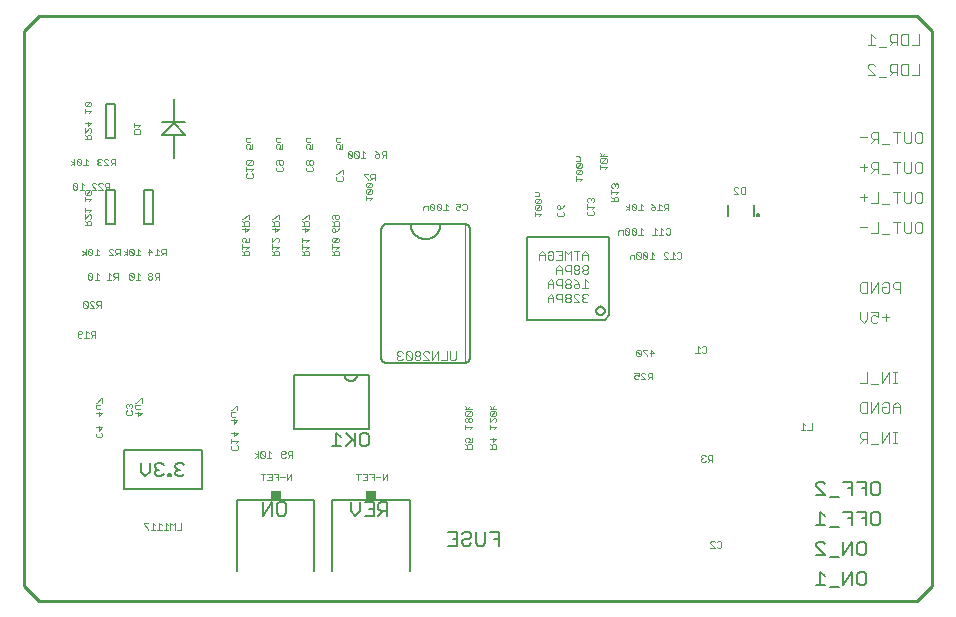
<source format=gbo>
G75*
%MOIN*%
%OFA0B0*%
%FSLAX25Y25*%
%IPPOS*%
%LPD*%
%AMOC8*
5,1,8,0,0,1.08239X$1,22.5*
%
%ADD10C,0.01000*%
%ADD11C,0.00400*%
%ADD12C,0.00500*%
%ADD13C,0.00200*%
%ADD14C,0.00300*%
%ADD15C,0.00600*%
%ADD16R,0.00500X0.02000*%
%ADD17C,0.00800*%
%ADD18R,0.03400X0.03000*%
D10*
X0037595Y0057683D02*
X0032595Y0062683D01*
X0032595Y0247683D01*
X0037595Y0252683D01*
X0330095Y0252683D01*
X0335095Y0247683D01*
X0335095Y0062683D01*
X0330095Y0057683D01*
X0037595Y0057683D01*
D11*
X0311176Y0110383D02*
X0312377Y0111584D01*
X0311777Y0111584D02*
X0313578Y0111584D01*
X0313578Y0110383D02*
X0313578Y0113986D01*
X0311777Y0113986D01*
X0311176Y0113386D01*
X0311176Y0112185D01*
X0311777Y0111584D01*
X0314859Y0109783D02*
X0317261Y0109783D01*
X0318543Y0110383D02*
X0318543Y0113986D01*
X0320945Y0113986D02*
X0318543Y0110383D01*
X0320945Y0110383D02*
X0320945Y0113986D01*
X0322199Y0113986D02*
X0323400Y0113986D01*
X0322800Y0113986D02*
X0322800Y0110383D01*
X0323400Y0110383D02*
X0322199Y0110383D01*
X0322226Y0120383D02*
X0322226Y0122785D01*
X0323427Y0123986D01*
X0324628Y0122785D01*
X0324628Y0120383D01*
X0324628Y0122185D02*
X0322226Y0122185D01*
X0320945Y0123386D02*
X0320945Y0120984D01*
X0320344Y0120383D01*
X0319143Y0120383D01*
X0318543Y0120984D01*
X0318543Y0122185D01*
X0319744Y0122185D01*
X0320945Y0123386D02*
X0320344Y0123986D01*
X0319143Y0123986D01*
X0318543Y0123386D01*
X0317261Y0123986D02*
X0314859Y0120383D01*
X0314859Y0123986D01*
X0313578Y0123986D02*
X0311777Y0123986D01*
X0311176Y0123386D01*
X0311176Y0120984D01*
X0311777Y0120383D01*
X0313578Y0120383D01*
X0313578Y0123986D01*
X0317261Y0123986D02*
X0317261Y0120383D01*
X0317261Y0129783D02*
X0314859Y0129783D01*
X0313578Y0130383D02*
X0311176Y0130383D01*
X0313578Y0130383D02*
X0313578Y0133986D01*
X0318543Y0133986D02*
X0318543Y0130383D01*
X0320945Y0133986D01*
X0320945Y0130383D01*
X0322199Y0130383D02*
X0323400Y0130383D01*
X0322800Y0130383D02*
X0322800Y0133986D01*
X0323400Y0133986D02*
X0322199Y0133986D01*
X0319744Y0150984D02*
X0319744Y0153386D01*
X0320945Y0152185D02*
X0318543Y0152185D01*
X0317261Y0152185D02*
X0316060Y0152785D01*
X0315460Y0152785D01*
X0314859Y0152185D01*
X0314859Y0150984D01*
X0315460Y0150383D01*
X0316661Y0150383D01*
X0317261Y0150984D01*
X0317261Y0152185D02*
X0317261Y0153986D01*
X0314859Y0153986D01*
X0313578Y0153986D02*
X0313578Y0151584D01*
X0312377Y0150383D01*
X0311176Y0151584D01*
X0311176Y0153986D01*
X0311777Y0160383D02*
X0311176Y0160984D01*
X0311176Y0163386D01*
X0311777Y0163986D01*
X0313578Y0163986D01*
X0313578Y0160383D01*
X0311777Y0160383D01*
X0314859Y0160383D02*
X0314859Y0163986D01*
X0317261Y0163986D02*
X0314859Y0160383D01*
X0317261Y0160383D02*
X0317261Y0163986D01*
X0318543Y0163386D02*
X0319143Y0163986D01*
X0320344Y0163986D01*
X0320945Y0163386D01*
X0320945Y0160984D01*
X0320344Y0160383D01*
X0319143Y0160383D01*
X0318543Y0160984D01*
X0318543Y0162185D01*
X0319744Y0162185D01*
X0322226Y0162185D02*
X0322826Y0161584D01*
X0324628Y0161584D01*
X0324628Y0160383D02*
X0324628Y0163986D01*
X0322826Y0163986D01*
X0322226Y0163386D01*
X0322226Y0162185D01*
X0320945Y0179783D02*
X0318543Y0179783D01*
X0317261Y0180383D02*
X0314859Y0180383D01*
X0313578Y0182185D02*
X0311176Y0182185D01*
X0317261Y0183986D02*
X0317261Y0180383D01*
X0322226Y0183986D02*
X0324628Y0183986D01*
X0323427Y0183986D02*
X0323427Y0180383D01*
X0325909Y0180984D02*
X0325909Y0183986D01*
X0328311Y0183986D02*
X0328311Y0180984D01*
X0327710Y0180383D01*
X0326509Y0180383D01*
X0325909Y0180984D01*
X0329592Y0180984D02*
X0329592Y0183386D01*
X0330192Y0183986D01*
X0331394Y0183986D01*
X0331994Y0183386D01*
X0331994Y0180984D01*
X0331394Y0180383D01*
X0330192Y0180383D01*
X0329592Y0180984D01*
X0330192Y0190383D02*
X0329592Y0190984D01*
X0329592Y0193386D01*
X0330192Y0193986D01*
X0331394Y0193986D01*
X0331994Y0193386D01*
X0331994Y0190984D01*
X0331394Y0190383D01*
X0330192Y0190383D01*
X0328311Y0190984D02*
X0327710Y0190383D01*
X0326509Y0190383D01*
X0325909Y0190984D01*
X0325909Y0193986D01*
X0324628Y0193986D02*
X0322226Y0193986D01*
X0323427Y0193986D02*
X0323427Y0190383D01*
X0320945Y0189783D02*
X0318543Y0189783D01*
X0317261Y0190383D02*
X0314859Y0190383D01*
X0313578Y0192185D02*
X0311176Y0192185D01*
X0312377Y0193386D02*
X0312377Y0190984D01*
X0317261Y0190383D02*
X0317261Y0193986D01*
X0318543Y0199783D02*
X0320945Y0199783D01*
X0323427Y0200383D02*
X0323427Y0203986D01*
X0324628Y0203986D02*
X0322226Y0203986D01*
X0325909Y0203986D02*
X0325909Y0200984D01*
X0326509Y0200383D01*
X0327710Y0200383D01*
X0328311Y0200984D01*
X0328311Y0203986D01*
X0329592Y0203386D02*
X0330192Y0203986D01*
X0331394Y0203986D01*
X0331994Y0203386D01*
X0331994Y0200984D01*
X0331394Y0200383D01*
X0330192Y0200383D01*
X0329592Y0200984D01*
X0329592Y0203386D01*
X0317261Y0203986D02*
X0315460Y0203986D01*
X0314859Y0203386D01*
X0314859Y0202185D01*
X0315460Y0201584D01*
X0317261Y0201584D01*
X0316060Y0201584D02*
X0314859Y0200383D01*
X0313578Y0202185D02*
X0311176Y0202185D01*
X0312377Y0203386D02*
X0312377Y0200984D01*
X0317261Y0200383D02*
X0317261Y0203986D01*
X0318543Y0209783D02*
X0320945Y0209783D01*
X0323427Y0210383D02*
X0323427Y0213986D01*
X0324628Y0213986D02*
X0322226Y0213986D01*
X0325909Y0213986D02*
X0325909Y0210984D01*
X0326509Y0210383D01*
X0327710Y0210383D01*
X0328311Y0210984D01*
X0328311Y0213986D01*
X0329592Y0213386D02*
X0330192Y0213986D01*
X0331394Y0213986D01*
X0331994Y0213386D01*
X0331994Y0210984D01*
X0331394Y0210383D01*
X0330192Y0210383D01*
X0329592Y0210984D01*
X0329592Y0213386D01*
X0317261Y0213986D02*
X0317261Y0210383D01*
X0317261Y0211584D02*
X0315460Y0211584D01*
X0314859Y0212185D01*
X0314859Y0213386D01*
X0315460Y0213986D01*
X0317261Y0213986D01*
X0316060Y0211584D02*
X0314859Y0210383D01*
X0313578Y0212185D02*
X0311176Y0212185D01*
X0313676Y0232883D02*
X0316078Y0232883D01*
X0313676Y0235285D01*
X0313676Y0235886D01*
X0314277Y0236486D01*
X0315478Y0236486D01*
X0316078Y0235886D01*
X0317359Y0232283D02*
X0319761Y0232283D01*
X0321043Y0232883D02*
X0322244Y0234084D01*
X0321643Y0234084D02*
X0323445Y0234084D01*
X0323445Y0232883D02*
X0323445Y0236486D01*
X0321643Y0236486D01*
X0321043Y0235886D01*
X0321043Y0234685D01*
X0321643Y0234084D01*
X0324726Y0233484D02*
X0324726Y0235886D01*
X0325326Y0236486D01*
X0327128Y0236486D01*
X0327128Y0232883D01*
X0325326Y0232883D01*
X0324726Y0233484D01*
X0328409Y0232883D02*
X0330811Y0232883D01*
X0330811Y0236486D01*
X0319761Y0242283D02*
X0317359Y0242283D01*
X0316078Y0242883D02*
X0313676Y0242883D01*
X0314877Y0242883D02*
X0314877Y0246486D01*
X0316078Y0245285D01*
X0321043Y0244685D02*
X0321643Y0244084D01*
X0323445Y0244084D01*
X0323445Y0242883D02*
X0323445Y0246486D01*
X0321643Y0246486D01*
X0321043Y0245886D01*
X0321043Y0244685D01*
X0322244Y0244084D02*
X0321043Y0242883D01*
X0324726Y0243484D02*
X0324726Y0245886D01*
X0325326Y0246486D01*
X0327128Y0246486D01*
X0327128Y0242883D01*
X0325326Y0242883D01*
X0324726Y0243484D01*
X0328409Y0242883D02*
X0330811Y0242883D01*
X0330811Y0246486D01*
X0328311Y0193986D02*
X0328311Y0190984D01*
D12*
X0147345Y0112936D02*
X0147345Y0109934D01*
X0146595Y0109183D01*
X0145093Y0109183D01*
X0144343Y0109934D01*
X0144343Y0112936D01*
X0145093Y0113687D01*
X0146595Y0113687D01*
X0147345Y0112936D01*
X0142741Y0113687D02*
X0142741Y0109183D01*
X0142741Y0110684D02*
X0139739Y0113687D01*
X0138137Y0112186D02*
X0136636Y0113687D01*
X0136636Y0109183D01*
X0138137Y0109183D02*
X0135135Y0109183D01*
X0139739Y0109183D02*
X0141991Y0111435D01*
X0141447Y0090562D02*
X0141447Y0087559D01*
X0142948Y0086058D01*
X0144449Y0087559D01*
X0144449Y0090562D01*
X0146050Y0090562D02*
X0149053Y0090562D01*
X0149053Y0086058D01*
X0146050Y0086058D01*
X0147552Y0088310D02*
X0149053Y0088310D01*
X0150654Y0088310D02*
X0150654Y0089811D01*
X0151405Y0090562D01*
X0153657Y0090562D01*
X0153657Y0086058D01*
X0153657Y0087559D02*
X0151405Y0087559D01*
X0150654Y0088310D01*
X0152156Y0087559D02*
X0150654Y0086058D01*
X0173947Y0080562D02*
X0176949Y0080562D01*
X0176949Y0076058D01*
X0173947Y0076058D01*
X0175448Y0078310D02*
X0176949Y0078310D01*
X0178550Y0077559D02*
X0178550Y0076809D01*
X0179301Y0076058D01*
X0180802Y0076058D01*
X0181553Y0076809D01*
X0183154Y0076809D02*
X0183154Y0080562D01*
X0181553Y0079811D02*
X0181553Y0079061D01*
X0180802Y0078310D01*
X0179301Y0078310D01*
X0178550Y0077559D01*
X0178550Y0079811D02*
X0179301Y0080562D01*
X0180802Y0080562D01*
X0181553Y0079811D01*
X0183154Y0076809D02*
X0183905Y0076058D01*
X0185406Y0076058D01*
X0186157Y0076809D01*
X0186157Y0080562D01*
X0187758Y0080562D02*
X0190761Y0080562D01*
X0190761Y0076058D01*
X0190761Y0078310D02*
X0189260Y0078310D01*
X0119845Y0086809D02*
X0119095Y0086058D01*
X0117593Y0086058D01*
X0116843Y0086809D01*
X0116843Y0089811D01*
X0117593Y0090562D01*
X0119095Y0090562D01*
X0119845Y0089811D01*
X0119845Y0086809D01*
X0115241Y0086058D02*
X0115241Y0090562D01*
X0112239Y0086058D01*
X0112239Y0090562D01*
X0085959Y0099934D02*
X0085208Y0099183D01*
X0083707Y0099183D01*
X0082956Y0099934D01*
X0082956Y0100684D01*
X0083707Y0101435D01*
X0084458Y0101435D01*
X0083707Y0101435D02*
X0082956Y0102186D01*
X0082956Y0102936D01*
X0083707Y0103687D01*
X0085208Y0103687D01*
X0085959Y0102936D01*
X0081355Y0099934D02*
X0080604Y0099934D01*
X0080604Y0099183D01*
X0081355Y0099183D01*
X0081355Y0099934D01*
X0079053Y0099934D02*
X0078302Y0099183D01*
X0076801Y0099183D01*
X0076050Y0099934D01*
X0076050Y0100684D01*
X0076801Y0101435D01*
X0077552Y0101435D01*
X0076801Y0101435D02*
X0076050Y0102186D01*
X0076050Y0102936D01*
X0076801Y0103687D01*
X0078302Y0103687D01*
X0079053Y0102936D01*
X0074449Y0103687D02*
X0074449Y0100684D01*
X0072948Y0099183D01*
X0071447Y0100684D01*
X0071447Y0103687D01*
X0296447Y0096686D02*
X0296447Y0095936D01*
X0299449Y0092933D01*
X0296447Y0092933D01*
X0296447Y0096686D02*
X0297197Y0097437D01*
X0298698Y0097437D01*
X0299449Y0096686D01*
X0305654Y0097437D02*
X0308657Y0097437D01*
X0308657Y0092933D01*
X0308657Y0095185D02*
X0307156Y0095185D01*
X0310258Y0097437D02*
X0313261Y0097437D01*
X0313261Y0092933D01*
X0314862Y0093684D02*
X0314862Y0096686D01*
X0315613Y0097437D01*
X0317114Y0097437D01*
X0317865Y0096686D01*
X0317865Y0093684D01*
X0317114Y0092933D01*
X0315613Y0092933D01*
X0314862Y0093684D01*
X0313261Y0095185D02*
X0311760Y0095185D01*
X0304053Y0092182D02*
X0301050Y0092182D01*
X0297948Y0087437D02*
X0297948Y0082933D01*
X0299449Y0082933D02*
X0296447Y0082933D01*
X0299449Y0085936D02*
X0297948Y0087437D01*
X0301050Y0082182D02*
X0304053Y0082182D01*
X0307156Y0085185D02*
X0308657Y0085185D01*
X0308657Y0087437D02*
X0305654Y0087437D01*
X0308657Y0087437D02*
X0308657Y0082933D01*
X0311760Y0085185D02*
X0313261Y0085185D01*
X0314862Y0086686D02*
X0315613Y0087437D01*
X0317114Y0087437D01*
X0317865Y0086686D01*
X0317865Y0083684D01*
X0317114Y0082933D01*
X0315613Y0082933D01*
X0314862Y0083684D01*
X0314862Y0086686D01*
X0313261Y0087437D02*
X0310258Y0087437D01*
X0313261Y0087437D02*
X0313261Y0082933D01*
X0312510Y0077437D02*
X0313261Y0076686D01*
X0313261Y0073684D01*
X0312510Y0072933D01*
X0311009Y0072933D01*
X0310258Y0073684D01*
X0310258Y0076686D01*
X0311009Y0077437D01*
X0312510Y0077437D01*
X0308657Y0077437D02*
X0305654Y0072933D01*
X0305654Y0077437D01*
X0308657Y0077437D02*
X0308657Y0072933D01*
X0304053Y0072182D02*
X0301050Y0072182D01*
X0299449Y0072933D02*
X0296447Y0075936D01*
X0296447Y0076686D01*
X0297197Y0077437D01*
X0298698Y0077437D01*
X0299449Y0076686D01*
X0299449Y0072933D02*
X0296447Y0072933D01*
X0297948Y0067437D02*
X0297948Y0062933D01*
X0299449Y0062933D02*
X0296447Y0062933D01*
X0299449Y0065936D02*
X0297948Y0067437D01*
X0301050Y0062182D02*
X0304053Y0062182D01*
X0305654Y0062933D02*
X0305654Y0067437D01*
X0308657Y0067437D02*
X0305654Y0062933D01*
X0308657Y0062933D02*
X0308657Y0067437D01*
X0310258Y0066686D02*
X0311009Y0067437D01*
X0312510Y0067437D01*
X0313261Y0066686D01*
X0313261Y0063684D01*
X0312510Y0062933D01*
X0311009Y0062933D01*
X0310258Y0063684D01*
X0310258Y0066686D01*
D13*
X0264995Y0075750D02*
X0264628Y0075383D01*
X0263894Y0075383D01*
X0263527Y0075750D01*
X0262785Y0075383D02*
X0261317Y0076851D01*
X0261317Y0077218D01*
X0261684Y0077585D01*
X0262418Y0077585D01*
X0262785Y0077218D01*
X0263527Y0077218D02*
X0263894Y0077585D01*
X0264628Y0077585D01*
X0264995Y0077218D01*
X0264995Y0075750D01*
X0262785Y0075383D02*
X0261317Y0075383D01*
X0261915Y0104033D02*
X0261915Y0106235D01*
X0260814Y0106235D01*
X0260447Y0105868D01*
X0260447Y0105134D01*
X0260814Y0104767D01*
X0261915Y0104767D01*
X0261181Y0104767D02*
X0260447Y0104033D01*
X0259705Y0104400D02*
X0259338Y0104033D01*
X0258604Y0104033D01*
X0258237Y0104400D01*
X0258237Y0104767D01*
X0258604Y0105134D01*
X0258971Y0105134D01*
X0258604Y0105134D02*
X0258237Y0105501D01*
X0258237Y0105868D01*
X0258604Y0106235D01*
X0259338Y0106235D01*
X0259705Y0105868D01*
X0291362Y0114758D02*
X0292830Y0114758D01*
X0292096Y0114758D02*
X0292096Y0116960D01*
X0292830Y0116226D01*
X0293572Y0114758D02*
X0295040Y0114758D01*
X0295040Y0116960D01*
X0259995Y0140750D02*
X0259628Y0140383D01*
X0258894Y0140383D01*
X0258527Y0140750D01*
X0257785Y0140383D02*
X0256317Y0140383D01*
X0257051Y0140383D02*
X0257051Y0142585D01*
X0257785Y0141851D01*
X0258527Y0142218D02*
X0258894Y0142585D01*
X0259628Y0142585D01*
X0259995Y0142218D01*
X0259995Y0140750D01*
X0242495Y0140234D02*
X0241027Y0140234D01*
X0240285Y0139500D02*
X0240285Y0139133D01*
X0240285Y0139500D02*
X0238817Y0140968D01*
X0238817Y0141335D01*
X0240285Y0141335D01*
X0241394Y0141335D02*
X0242495Y0140234D01*
X0241394Y0139133D02*
X0241394Y0141335D01*
X0238075Y0140968D02*
X0237708Y0141335D01*
X0236974Y0141335D01*
X0236607Y0140968D01*
X0238075Y0139500D01*
X0237708Y0139133D01*
X0236974Y0139133D01*
X0236607Y0139500D01*
X0236607Y0140968D01*
X0238075Y0140968D02*
X0238075Y0139500D01*
X0238559Y0133735D02*
X0239293Y0133735D01*
X0239660Y0133368D01*
X0240402Y0133368D02*
X0240402Y0132634D01*
X0240769Y0132267D01*
X0241870Y0132267D01*
X0241136Y0132267D02*
X0240402Y0131533D01*
X0239660Y0131533D02*
X0238192Y0133001D01*
X0238192Y0133368D01*
X0238559Y0133735D01*
X0237450Y0133735D02*
X0237450Y0132634D01*
X0236716Y0133001D01*
X0236349Y0133001D01*
X0235982Y0132634D01*
X0235982Y0131900D01*
X0236349Y0131533D01*
X0237083Y0131533D01*
X0237450Y0131900D01*
X0238192Y0131533D02*
X0239660Y0131533D01*
X0240402Y0133368D02*
X0240769Y0133735D01*
X0241870Y0133735D01*
X0241870Y0131533D01*
X0237450Y0133735D02*
X0235982Y0133735D01*
X0189897Y0121566D02*
X0187695Y0121566D01*
X0188429Y0121566D02*
X0189163Y0122667D01*
X0188429Y0121566D02*
X0187695Y0122667D01*
X0188062Y0120825D02*
X0187695Y0120458D01*
X0187695Y0119724D01*
X0188062Y0119357D01*
X0189530Y0120825D01*
X0188062Y0120825D01*
X0189530Y0120825D02*
X0189897Y0120458D01*
X0189897Y0119724D01*
X0189530Y0119357D01*
X0188062Y0119357D01*
X0187695Y0118615D02*
X0187695Y0117147D01*
X0189163Y0118615D01*
X0189530Y0118615D01*
X0189897Y0118248D01*
X0189897Y0117514D01*
X0189530Y0117147D01*
X0189897Y0115671D02*
X0187695Y0115671D01*
X0187695Y0114937D02*
X0187695Y0116405D01*
X0189163Y0114937D02*
X0189897Y0115671D01*
X0188796Y0112086D02*
X0188796Y0110618D01*
X0189897Y0111719D01*
X0187695Y0111719D01*
X0187695Y0109876D02*
X0188429Y0109142D01*
X0188429Y0109509D02*
X0188429Y0108408D01*
X0187695Y0108408D02*
X0189897Y0108408D01*
X0189897Y0109509D01*
X0189530Y0109876D01*
X0188796Y0109876D01*
X0188429Y0109509D01*
X0181772Y0109509D02*
X0181405Y0109876D01*
X0180671Y0109876D01*
X0180304Y0109509D01*
X0180304Y0108408D01*
X0179570Y0108408D02*
X0181772Y0108408D01*
X0181772Y0109509D01*
X0181772Y0110618D02*
X0180671Y0110618D01*
X0181038Y0111352D01*
X0181038Y0111719D01*
X0180671Y0112086D01*
X0179937Y0112086D01*
X0179570Y0111719D01*
X0179570Y0110985D01*
X0179937Y0110618D01*
X0179570Y0109876D02*
X0180304Y0109142D01*
X0181772Y0110618D02*
X0181772Y0112086D01*
X0181038Y0114937D02*
X0181772Y0115671D01*
X0179570Y0115671D01*
X0179570Y0114937D02*
X0179570Y0116405D01*
X0179937Y0117147D02*
X0180304Y0117147D01*
X0180671Y0117514D01*
X0180671Y0118248D01*
X0180304Y0118615D01*
X0179937Y0118615D01*
X0179570Y0118248D01*
X0179570Y0117514D01*
X0179937Y0117147D01*
X0180671Y0117514D02*
X0181038Y0117147D01*
X0181405Y0117147D01*
X0181772Y0117514D01*
X0181772Y0118248D01*
X0181405Y0118615D01*
X0181038Y0118615D01*
X0180671Y0118248D01*
X0179937Y0119357D02*
X0181405Y0120825D01*
X0179937Y0120825D01*
X0179570Y0120458D01*
X0179570Y0119724D01*
X0179937Y0119357D01*
X0181405Y0119357D01*
X0181772Y0119724D01*
X0181772Y0120458D01*
X0181405Y0120825D01*
X0181772Y0121566D02*
X0179570Y0121566D01*
X0180304Y0121566D02*
X0181038Y0122667D01*
X0180304Y0121566D02*
X0179570Y0122667D01*
X0179645Y0137183D02*
X0179645Y0183183D01*
X0179673Y0187883D02*
X0178939Y0187883D01*
X0178572Y0188250D01*
X0177830Y0188250D02*
X0177463Y0187883D01*
X0176729Y0187883D01*
X0176362Y0188250D01*
X0176362Y0188984D01*
X0176729Y0189351D01*
X0177096Y0189351D01*
X0177830Y0188984D01*
X0177830Y0190085D01*
X0176362Y0190085D01*
X0178572Y0189718D02*
X0178939Y0190085D01*
X0179673Y0190085D01*
X0180040Y0189718D01*
X0180040Y0188250D01*
X0179673Y0187883D01*
X0173745Y0187883D02*
X0172277Y0187883D01*
X0173011Y0187883D02*
X0173011Y0190085D01*
X0173745Y0189351D01*
X0171535Y0189718D02*
X0171168Y0190085D01*
X0170434Y0190085D01*
X0170067Y0189718D01*
X0171535Y0188250D01*
X0171168Y0187883D01*
X0170434Y0187883D01*
X0170067Y0188250D01*
X0170067Y0189718D01*
X0169325Y0189718D02*
X0168958Y0190085D01*
X0168224Y0190085D01*
X0167857Y0189718D01*
X0169325Y0188250D01*
X0168958Y0187883D01*
X0168224Y0187883D01*
X0167857Y0188250D01*
X0167857Y0189718D01*
X0167116Y0189351D02*
X0166015Y0189351D01*
X0165648Y0188984D01*
X0165648Y0187883D01*
X0167116Y0187883D02*
X0167116Y0189351D01*
X0169325Y0189718D02*
X0169325Y0188250D01*
X0171535Y0188250D02*
X0171535Y0189718D01*
X0148647Y0191887D02*
X0146445Y0191887D01*
X0146445Y0191153D02*
X0146445Y0192621D01*
X0146812Y0193363D02*
X0148280Y0194831D01*
X0146812Y0194831D01*
X0146445Y0194464D01*
X0146445Y0193730D01*
X0146812Y0193363D01*
X0148280Y0193363D01*
X0148647Y0193730D01*
X0148647Y0194464D01*
X0148280Y0194831D01*
X0148280Y0195573D02*
X0148647Y0195940D01*
X0148647Y0196674D01*
X0148280Y0197041D01*
X0146812Y0195573D01*
X0146445Y0195940D01*
X0146445Y0196674D01*
X0146812Y0197041D01*
X0148280Y0197041D01*
X0147947Y0197883D02*
X0148681Y0198617D01*
X0148314Y0198617D02*
X0149415Y0198617D01*
X0149415Y0197883D02*
X0149415Y0200085D01*
X0148314Y0200085D01*
X0147947Y0199718D01*
X0147947Y0198984D01*
X0148314Y0198617D01*
X0147205Y0198250D02*
X0147205Y0197883D01*
X0147205Y0198250D02*
X0145737Y0199718D01*
X0145737Y0200085D01*
X0147205Y0200085D01*
X0146812Y0195573D02*
X0148280Y0195573D01*
X0148647Y0191887D02*
X0147913Y0191153D01*
X0137397Y0186049D02*
X0137397Y0185315D01*
X0137030Y0184948D01*
X0136663Y0184948D01*
X0136296Y0185315D01*
X0136296Y0186416D01*
X0135562Y0186416D02*
X0137030Y0186416D01*
X0137397Y0186049D01*
X0135562Y0186416D02*
X0135195Y0186049D01*
X0135195Y0185315D01*
X0135562Y0184948D01*
X0135195Y0184206D02*
X0135929Y0183472D01*
X0135929Y0183839D02*
X0135929Y0182738D01*
X0135195Y0182738D02*
X0137397Y0182738D01*
X0137397Y0183839D01*
X0137030Y0184206D01*
X0136296Y0184206D01*
X0135929Y0183839D01*
X0135929Y0181996D02*
X0136296Y0181629D01*
X0136296Y0180528D01*
X0135562Y0180528D01*
X0135195Y0180895D01*
X0135195Y0181629D01*
X0135562Y0181996D01*
X0135929Y0181996D01*
X0137030Y0181262D02*
X0136296Y0180528D01*
X0137030Y0181262D02*
X0137397Y0181996D01*
X0137030Y0178671D02*
X0135562Y0177203D01*
X0135195Y0177570D01*
X0135195Y0178304D01*
X0135562Y0178671D01*
X0137030Y0178671D01*
X0137397Y0178304D01*
X0137397Y0177570D01*
X0137030Y0177203D01*
X0135562Y0177203D01*
X0135195Y0176461D02*
X0135195Y0174993D01*
X0135195Y0175727D02*
X0137397Y0175727D01*
X0136663Y0174993D01*
X0136296Y0174251D02*
X0135929Y0173884D01*
X0135929Y0172783D01*
X0135195Y0172783D02*
X0137397Y0172783D01*
X0137397Y0173884D01*
X0137030Y0174251D01*
X0136296Y0174251D01*
X0135929Y0173517D02*
X0135195Y0174251D01*
X0127397Y0173884D02*
X0127397Y0172783D01*
X0125195Y0172783D01*
X0125929Y0172783D02*
X0125929Y0173884D01*
X0126296Y0174251D01*
X0127030Y0174251D01*
X0127397Y0173884D01*
X0126663Y0174993D02*
X0127397Y0175727D01*
X0125195Y0175727D01*
X0125195Y0174993D02*
X0125195Y0176461D01*
X0125195Y0177203D02*
X0125195Y0178671D01*
X0125195Y0177937D02*
X0127397Y0177937D01*
X0126663Y0177203D01*
X0125195Y0174251D02*
X0125929Y0173517D01*
X0126296Y0180528D02*
X0126296Y0181996D01*
X0126296Y0180528D01*
X0127397Y0181629D01*
X0125195Y0181629D01*
X0127397Y0181629D01*
X0126296Y0180528D01*
X0125929Y0182738D02*
X0125929Y0183839D01*
X0126296Y0184206D01*
X0127030Y0184206D01*
X0127397Y0183839D01*
X0127397Y0182738D01*
X0125195Y0182738D01*
X0127397Y0182738D01*
X0127397Y0183839D01*
X0127030Y0184206D01*
X0126296Y0184206D01*
X0125929Y0183839D01*
X0125929Y0182738D01*
X0125929Y0183472D02*
X0125195Y0184206D01*
X0125929Y0183472D01*
X0125562Y0184948D02*
X0125195Y0184948D01*
X0125562Y0184948D01*
X0127030Y0186416D01*
X0127397Y0186416D01*
X0127397Y0184948D01*
X0127397Y0186416D01*
X0127030Y0186416D01*
X0125562Y0184948D01*
X0117397Y0184948D02*
X0117397Y0186416D01*
X0117030Y0186416D01*
X0115562Y0184948D01*
X0115195Y0184948D01*
X0115562Y0184948D01*
X0117030Y0186416D01*
X0117397Y0186416D01*
X0117397Y0184948D01*
X0117030Y0184206D02*
X0116296Y0184206D01*
X0115929Y0183839D01*
X0115929Y0182738D01*
X0115929Y0183839D01*
X0116296Y0184206D01*
X0117030Y0184206D01*
X0117397Y0183839D01*
X0117397Y0182738D01*
X0115195Y0182738D01*
X0117397Y0182738D01*
X0117397Y0183839D01*
X0117030Y0184206D01*
X0115929Y0183472D02*
X0115195Y0184206D01*
X0115929Y0183472D01*
X0116296Y0181996D02*
X0116296Y0180528D01*
X0117397Y0181629D01*
X0115195Y0181629D01*
X0117397Y0181629D01*
X0116296Y0180528D01*
X0116296Y0181996D01*
X0116663Y0178671D02*
X0117030Y0178671D01*
X0117397Y0178304D01*
X0117397Y0177570D01*
X0117030Y0177203D01*
X0116663Y0178671D02*
X0115195Y0177203D01*
X0115195Y0178671D01*
X0115195Y0176461D02*
X0115195Y0174993D01*
X0115195Y0175727D02*
X0117397Y0175727D01*
X0116663Y0174993D01*
X0117030Y0174251D02*
X0116296Y0174251D01*
X0115929Y0173884D01*
X0115929Y0172783D01*
X0115195Y0172783D02*
X0117397Y0172783D01*
X0117397Y0173884D01*
X0117030Y0174251D01*
X0115929Y0173517D02*
X0115195Y0174251D01*
X0107397Y0173884D02*
X0107397Y0172783D01*
X0105195Y0172783D01*
X0105929Y0172783D02*
X0105929Y0173884D01*
X0106296Y0174251D01*
X0107030Y0174251D01*
X0107397Y0173884D01*
X0106663Y0174993D02*
X0107397Y0175727D01*
X0105195Y0175727D01*
X0105195Y0174993D02*
X0105195Y0176461D01*
X0105562Y0177203D02*
X0105195Y0177570D01*
X0105195Y0178304D01*
X0105562Y0178671D01*
X0106296Y0178671D01*
X0106663Y0178304D01*
X0106663Y0177937D01*
X0106296Y0177203D01*
X0107397Y0177203D01*
X0107397Y0178671D01*
X0106296Y0180528D02*
X0106296Y0181996D01*
X0106296Y0180528D01*
X0107397Y0181629D01*
X0105195Y0181629D01*
X0107397Y0181629D01*
X0106296Y0180528D01*
X0105929Y0182738D02*
X0105929Y0183839D01*
X0106296Y0184206D01*
X0107030Y0184206D01*
X0107397Y0183839D01*
X0107397Y0182738D01*
X0105195Y0182738D01*
X0107397Y0182738D01*
X0107397Y0183839D01*
X0107030Y0184206D01*
X0106296Y0184206D01*
X0105929Y0183839D01*
X0105929Y0182738D01*
X0105929Y0183472D02*
X0105195Y0184206D01*
X0105929Y0183472D01*
X0105562Y0184948D02*
X0105195Y0184948D01*
X0105562Y0184948D01*
X0107030Y0186416D01*
X0107397Y0186416D01*
X0107397Y0184948D01*
X0107397Y0186416D01*
X0107030Y0186416D01*
X0105562Y0184948D01*
X0105195Y0174251D02*
X0105929Y0173517D01*
X0079750Y0173617D02*
X0078649Y0173617D01*
X0078282Y0173984D01*
X0078282Y0174718D01*
X0078649Y0175085D01*
X0079750Y0175085D01*
X0079750Y0172883D01*
X0079016Y0173617D02*
X0078282Y0172883D01*
X0077540Y0172883D02*
X0076072Y0172883D01*
X0076806Y0172883D02*
X0076806Y0175085D01*
X0077540Y0174351D01*
X0075330Y0173984D02*
X0073862Y0173984D01*
X0074229Y0172883D02*
X0074229Y0175085D01*
X0075330Y0173984D01*
X0071245Y0174351D02*
X0070511Y0175085D01*
X0070511Y0172883D01*
X0071245Y0172883D02*
X0069777Y0172883D01*
X0069035Y0173250D02*
X0067567Y0174718D01*
X0067567Y0173250D01*
X0067934Y0172883D01*
X0068668Y0172883D01*
X0069035Y0173250D01*
X0069035Y0174718D01*
X0068668Y0175085D01*
X0067934Y0175085D01*
X0067567Y0174718D01*
X0066825Y0175085D02*
X0066825Y0172883D01*
X0066825Y0173617D02*
X0065724Y0174351D01*
X0066825Y0173617D02*
X0065724Y0172883D01*
X0064415Y0172883D02*
X0064415Y0175085D01*
X0063314Y0175085D01*
X0062947Y0174718D01*
X0062947Y0173984D01*
X0063314Y0173617D01*
X0064415Y0173617D01*
X0063681Y0173617D02*
X0062947Y0172883D01*
X0062205Y0172883D02*
X0060737Y0174351D01*
X0060737Y0174718D01*
X0061104Y0175085D01*
X0061838Y0175085D01*
X0062205Y0174718D01*
X0062205Y0172883D02*
X0060737Y0172883D01*
X0057495Y0172883D02*
X0056027Y0172883D01*
X0056761Y0172883D02*
X0056761Y0175085D01*
X0057495Y0174351D01*
X0055285Y0174718D02*
X0054918Y0175085D01*
X0054184Y0175085D01*
X0053817Y0174718D01*
X0055285Y0173250D01*
X0054918Y0172883D01*
X0054184Y0172883D01*
X0053817Y0173250D01*
X0053817Y0174718D01*
X0053075Y0175085D02*
X0053075Y0172883D01*
X0053075Y0173617D02*
X0051974Y0172883D01*
X0053075Y0173617D02*
X0051974Y0174351D01*
X0055285Y0174718D02*
X0055285Y0173250D01*
X0054918Y0166960D02*
X0054184Y0166960D01*
X0053817Y0166593D01*
X0055285Y0165125D01*
X0054918Y0164758D01*
X0054184Y0164758D01*
X0053817Y0165125D01*
X0053817Y0166593D01*
X0054918Y0166960D02*
X0055285Y0166593D01*
X0055285Y0165125D01*
X0056027Y0164758D02*
X0057495Y0164758D01*
X0056761Y0164758D02*
X0056761Y0166960D01*
X0057495Y0166226D01*
X0060112Y0164758D02*
X0061580Y0164758D01*
X0060846Y0164758D02*
X0060846Y0166960D01*
X0061580Y0166226D01*
X0062322Y0165859D02*
X0062689Y0165492D01*
X0063790Y0165492D01*
X0063790Y0164758D02*
X0063790Y0166960D01*
X0062689Y0166960D01*
X0062322Y0166593D01*
X0062322Y0165859D01*
X0063056Y0165492D02*
X0062322Y0164758D01*
X0067567Y0165125D02*
X0067567Y0166593D01*
X0069035Y0165125D01*
X0068668Y0164758D01*
X0067934Y0164758D01*
X0067567Y0165125D01*
X0067567Y0166593D02*
X0067934Y0166960D01*
X0068668Y0166960D01*
X0069035Y0166593D01*
X0069035Y0165125D01*
X0069777Y0164758D02*
X0071245Y0164758D01*
X0070511Y0164758D02*
X0070511Y0166960D01*
X0071245Y0166226D01*
X0073862Y0166226D02*
X0074229Y0165859D01*
X0074963Y0165859D01*
X0075330Y0166226D01*
X0075330Y0166593D01*
X0074963Y0166960D01*
X0074229Y0166960D01*
X0073862Y0166593D01*
X0073862Y0166226D01*
X0074229Y0165859D02*
X0073862Y0165492D01*
X0073862Y0165125D01*
X0074229Y0164758D01*
X0074963Y0164758D01*
X0075330Y0165125D01*
X0075330Y0165492D01*
X0074963Y0165859D01*
X0076072Y0165859D02*
X0076439Y0165492D01*
X0077540Y0165492D01*
X0077540Y0164758D02*
X0077540Y0166960D01*
X0076439Y0166960D01*
X0076072Y0166593D01*
X0076072Y0165859D01*
X0076806Y0165492D02*
X0076072Y0164758D01*
X0058120Y0157585D02*
X0057019Y0157585D01*
X0056652Y0157218D01*
X0056652Y0156484D01*
X0057019Y0156117D01*
X0058120Y0156117D01*
X0057386Y0156117D02*
X0056652Y0155383D01*
X0055910Y0155383D02*
X0054442Y0156851D01*
X0054442Y0157218D01*
X0054809Y0157585D01*
X0055543Y0157585D01*
X0055910Y0157218D01*
X0055910Y0155383D02*
X0054442Y0155383D01*
X0053700Y0155750D02*
X0052232Y0157218D01*
X0052232Y0155750D01*
X0052599Y0155383D01*
X0053333Y0155383D01*
X0053700Y0155750D01*
X0053700Y0157218D01*
X0053333Y0157585D01*
X0052599Y0157585D01*
X0052232Y0157218D01*
X0058120Y0157585D02*
X0058120Y0155383D01*
X0056245Y0147585D02*
X0055144Y0147585D01*
X0054777Y0147218D01*
X0054777Y0146484D01*
X0055144Y0146117D01*
X0056245Y0146117D01*
X0055511Y0146117D02*
X0054777Y0145383D01*
X0054035Y0145383D02*
X0052567Y0145383D01*
X0053301Y0145383D02*
X0053301Y0147585D01*
X0054035Y0146851D01*
X0051825Y0146851D02*
X0051458Y0146484D01*
X0050357Y0146484D01*
X0050357Y0145750D02*
X0050357Y0147218D01*
X0050724Y0147585D01*
X0051458Y0147585D01*
X0051825Y0147218D01*
X0051825Y0146851D01*
X0051825Y0145750D02*
X0051458Y0145383D01*
X0050724Y0145383D01*
X0050357Y0145750D01*
X0056245Y0145383D02*
X0056245Y0147585D01*
X0058280Y0125166D02*
X0056812Y0123698D01*
X0056445Y0123698D01*
X0056445Y0122956D02*
X0057913Y0122956D01*
X0058647Y0123698D02*
X0058647Y0125166D01*
X0058280Y0125166D01*
X0056445Y0122956D02*
X0056445Y0121855D01*
X0056812Y0121488D01*
X0057913Y0121488D01*
X0057546Y0120746D02*
X0057546Y0119278D01*
X0058647Y0120379D01*
X0056445Y0120379D01*
X0057546Y0115836D02*
X0057546Y0114368D01*
X0058647Y0115469D01*
X0056445Y0115469D01*
X0056812Y0113626D02*
X0056445Y0113259D01*
X0056445Y0112525D01*
X0056812Y0112158D01*
X0058280Y0112158D01*
X0058647Y0112525D01*
X0058647Y0113259D01*
X0058280Y0113626D01*
X0070671Y0119278D02*
X0070671Y0120746D01*
X0071038Y0121488D02*
X0069937Y0121488D01*
X0069570Y0121855D01*
X0069570Y0122956D01*
X0071038Y0122956D01*
X0071772Y0123698D02*
X0071772Y0125166D01*
X0071405Y0125166D01*
X0069937Y0123698D01*
X0069570Y0123698D01*
X0068647Y0122969D02*
X0068280Y0123336D01*
X0067913Y0123336D01*
X0067546Y0122969D01*
X0067179Y0123336D01*
X0066812Y0123336D01*
X0066445Y0122969D01*
X0066445Y0122235D01*
X0066812Y0121868D01*
X0066812Y0121126D02*
X0066445Y0120759D01*
X0066445Y0120025D01*
X0066812Y0119658D01*
X0068280Y0119658D01*
X0068647Y0120025D01*
X0068647Y0120759D01*
X0068280Y0121126D01*
X0068280Y0121868D02*
X0068647Y0122235D01*
X0068647Y0122969D01*
X0067546Y0122969D02*
X0067546Y0122602D01*
X0069570Y0120379D02*
X0071772Y0120379D01*
X0070671Y0119278D01*
X0101445Y0119355D02*
X0101445Y0120456D01*
X0102913Y0120456D01*
X0103647Y0121198D02*
X0103647Y0122666D01*
X0103280Y0122666D01*
X0101812Y0121198D01*
X0101445Y0121198D01*
X0101445Y0119355D02*
X0101812Y0118988D01*
X0102913Y0118988D01*
X0102546Y0118246D02*
X0102546Y0116778D01*
X0103647Y0117879D01*
X0101445Y0117879D01*
X0102646Y0113916D02*
X0102646Y0112448D01*
X0103747Y0113549D01*
X0101545Y0113549D01*
X0101545Y0111706D02*
X0101545Y0110238D01*
X0101545Y0110972D02*
X0103747Y0110972D01*
X0103013Y0110238D01*
X0103380Y0109496D02*
X0103747Y0109129D01*
X0103747Y0108395D01*
X0103380Y0108028D01*
X0101912Y0108028D01*
X0101545Y0108395D01*
X0101545Y0109129D01*
X0101912Y0109496D01*
X0109474Y0106851D02*
X0110575Y0106117D01*
X0109474Y0105383D01*
X0110575Y0105383D02*
X0110575Y0107585D01*
X0111317Y0107218D02*
X0112785Y0105750D01*
X0112418Y0105383D01*
X0111684Y0105383D01*
X0111317Y0105750D01*
X0111317Y0107218D01*
X0111684Y0107585D01*
X0112418Y0107585D01*
X0112785Y0107218D01*
X0112785Y0105750D01*
X0113527Y0105383D02*
X0114995Y0105383D01*
X0114261Y0105383D02*
X0114261Y0107585D01*
X0114995Y0106851D01*
X0118237Y0106484D02*
X0119338Y0106484D01*
X0119705Y0106851D01*
X0119705Y0107218D01*
X0119338Y0107585D01*
X0118604Y0107585D01*
X0118237Y0107218D01*
X0118237Y0105750D01*
X0118604Y0105383D01*
X0119338Y0105383D01*
X0119705Y0105750D01*
X0120447Y0105383D02*
X0121181Y0106117D01*
X0120814Y0106117D02*
X0121915Y0106117D01*
X0121915Y0105383D02*
X0121915Y0107585D01*
X0120814Y0107585D01*
X0120447Y0107218D01*
X0120447Y0106484D01*
X0120814Y0106117D01*
X0120202Y0099985D02*
X0120202Y0097783D01*
X0121670Y0099985D01*
X0121670Y0097783D01*
X0119460Y0098884D02*
X0117992Y0098884D01*
X0117250Y0098884D02*
X0116516Y0098884D01*
X0117250Y0097783D02*
X0117250Y0099985D01*
X0115782Y0099985D01*
X0115040Y0099985D02*
X0115040Y0097783D01*
X0113572Y0097783D01*
X0114306Y0098884D02*
X0115040Y0098884D01*
X0115040Y0099985D02*
X0113572Y0099985D01*
X0112830Y0099985D02*
X0111362Y0099985D01*
X0112096Y0099985D02*
X0112096Y0097783D01*
X0085004Y0083585D02*
X0085004Y0081383D01*
X0083537Y0081383D01*
X0082795Y0081383D02*
X0082795Y0083585D01*
X0082061Y0082851D01*
X0081327Y0083585D01*
X0081327Y0081383D01*
X0080585Y0081383D02*
X0079117Y0081383D01*
X0079851Y0081383D02*
X0079851Y0083585D01*
X0080585Y0082851D01*
X0078375Y0082851D02*
X0077641Y0083585D01*
X0077641Y0081383D01*
X0078375Y0081383D02*
X0076907Y0081383D01*
X0076165Y0081383D02*
X0074697Y0081383D01*
X0075431Y0081383D02*
X0075431Y0083585D01*
X0076165Y0082851D01*
X0073955Y0083585D02*
X0072487Y0083585D01*
X0072487Y0083218D01*
X0073955Y0081750D01*
X0073955Y0081383D01*
X0143237Y0099985D02*
X0144705Y0099985D01*
X0143971Y0099985D02*
X0143971Y0097783D01*
X0145447Y0097783D02*
X0146915Y0097783D01*
X0146915Y0099985D01*
X0145447Y0099985D01*
X0146181Y0098884D02*
X0146915Y0098884D01*
X0147657Y0099985D02*
X0149125Y0099985D01*
X0149125Y0097783D01*
X0149125Y0098884D02*
X0148391Y0098884D01*
X0149867Y0098884D02*
X0151335Y0098884D01*
X0152077Y0097783D02*
X0152077Y0099985D01*
X0153545Y0099985D02*
X0152077Y0097783D01*
X0153545Y0097783D02*
X0153545Y0099985D01*
X0234398Y0171633D02*
X0234398Y0172734D01*
X0234765Y0173101D01*
X0235866Y0173101D01*
X0235866Y0171633D01*
X0236607Y0172000D02*
X0236974Y0171633D01*
X0237708Y0171633D01*
X0238075Y0172000D01*
X0236607Y0173468D01*
X0236607Y0172000D01*
X0236607Y0173468D02*
X0236974Y0173835D01*
X0237708Y0173835D01*
X0238075Y0173468D01*
X0238075Y0172000D01*
X0238817Y0172000D02*
X0239184Y0171633D01*
X0239918Y0171633D01*
X0240285Y0172000D01*
X0238817Y0173468D01*
X0238817Y0172000D01*
X0238817Y0173468D02*
X0239184Y0173835D01*
X0239918Y0173835D01*
X0240285Y0173468D01*
X0240285Y0172000D01*
X0241027Y0171633D02*
X0242495Y0171633D01*
X0241761Y0171633D02*
X0241761Y0173835D01*
X0242495Y0173101D01*
X0245737Y0173101D02*
X0245737Y0173468D01*
X0246104Y0173835D01*
X0246838Y0173835D01*
X0247205Y0173468D01*
X0245737Y0173101D02*
X0247205Y0171633D01*
X0245737Y0171633D01*
X0247947Y0171633D02*
X0249415Y0171633D01*
X0248681Y0171633D02*
X0248681Y0173835D01*
X0249415Y0173101D01*
X0250157Y0173468D02*
X0250524Y0173835D01*
X0251258Y0173835D01*
X0251625Y0173468D01*
X0251625Y0172000D01*
X0251258Y0171633D01*
X0250524Y0171633D01*
X0250157Y0172000D01*
X0247508Y0179758D02*
X0246774Y0179758D01*
X0246407Y0180125D01*
X0245665Y0179758D02*
X0244197Y0179758D01*
X0244931Y0179758D02*
X0244931Y0181960D01*
X0245665Y0181226D01*
X0246407Y0181593D02*
X0246774Y0181960D01*
X0247508Y0181960D01*
X0247875Y0181593D01*
X0247875Y0180125D01*
X0247508Y0179758D01*
X0243455Y0179758D02*
X0241987Y0179758D01*
X0242721Y0179758D02*
X0242721Y0181960D01*
X0243455Y0181226D01*
X0238745Y0181226D02*
X0238011Y0181960D01*
X0238011Y0179758D01*
X0238745Y0179758D02*
X0237277Y0179758D01*
X0236535Y0180125D02*
X0235067Y0181593D01*
X0235067Y0180125D01*
X0235434Y0179758D01*
X0236168Y0179758D01*
X0236535Y0180125D01*
X0236535Y0181593D01*
X0236168Y0181960D01*
X0235434Y0181960D01*
X0235067Y0181593D01*
X0234325Y0181593D02*
X0233958Y0181960D01*
X0233224Y0181960D01*
X0232857Y0181593D01*
X0234325Y0180125D01*
X0233958Y0179758D01*
X0233224Y0179758D01*
X0232857Y0180125D01*
X0232857Y0181593D01*
X0232116Y0181226D02*
X0232116Y0179758D01*
X0232116Y0181226D02*
X0231015Y0181226D01*
X0230648Y0180859D01*
X0230648Y0179758D01*
X0234325Y0180125D02*
X0234325Y0181593D01*
X0234325Y0187883D02*
X0234325Y0190085D01*
X0235067Y0189718D02*
X0236535Y0188250D01*
X0236168Y0187883D01*
X0235434Y0187883D01*
X0235067Y0188250D01*
X0235067Y0189718D01*
X0235434Y0190085D01*
X0236168Y0190085D01*
X0236535Y0189718D01*
X0236535Y0188250D01*
X0237277Y0187883D02*
X0238745Y0187883D01*
X0238011Y0187883D02*
X0238011Y0190085D01*
X0238745Y0189351D01*
X0241362Y0188617D02*
X0241729Y0188984D01*
X0242830Y0188984D01*
X0242830Y0188250D01*
X0242463Y0187883D01*
X0241729Y0187883D01*
X0241362Y0188250D01*
X0241362Y0188617D01*
X0242096Y0189718D02*
X0242830Y0188984D01*
X0242096Y0189718D02*
X0241362Y0190085D01*
X0244306Y0190085D02*
X0244306Y0187883D01*
X0245040Y0187883D02*
X0243572Y0187883D01*
X0245040Y0189351D02*
X0244306Y0190085D01*
X0245782Y0189718D02*
X0245782Y0188984D01*
X0246149Y0188617D01*
X0247250Y0188617D01*
X0247250Y0187883D02*
X0247250Y0190085D01*
X0246149Y0190085D01*
X0245782Y0189718D01*
X0246516Y0188617D02*
X0245782Y0187883D01*
X0234325Y0188617D02*
X0233224Y0189351D01*
X0234325Y0188617D02*
X0233224Y0187883D01*
X0230522Y0190908D02*
X0230522Y0192009D01*
X0230155Y0192376D01*
X0229421Y0192376D01*
X0229054Y0192009D01*
X0229054Y0190908D01*
X0228320Y0190908D02*
X0230522Y0190908D01*
X0229054Y0191642D02*
X0228320Y0192376D01*
X0228320Y0193118D02*
X0228320Y0194586D01*
X0228320Y0193852D02*
X0230522Y0193852D01*
X0229788Y0193118D01*
X0230155Y0195328D02*
X0230522Y0195695D01*
X0230522Y0196429D01*
X0230155Y0196796D01*
X0229788Y0196796D01*
X0229421Y0196429D01*
X0229054Y0196796D01*
X0228687Y0196796D01*
X0228320Y0196429D01*
X0228320Y0195695D01*
X0228687Y0195328D01*
X0229421Y0196062D02*
X0229421Y0196429D01*
X0222497Y0191674D02*
X0222130Y0192041D01*
X0221763Y0192041D01*
X0221396Y0191674D01*
X0221029Y0192041D01*
X0220662Y0192041D01*
X0220295Y0191674D01*
X0220295Y0190940D01*
X0220662Y0190573D01*
X0220295Y0189831D02*
X0220295Y0188363D01*
X0220295Y0189097D02*
X0222497Y0189097D01*
X0221763Y0188363D01*
X0222130Y0187621D02*
X0222497Y0187254D01*
X0222497Y0186520D01*
X0222130Y0186153D01*
X0220662Y0186153D01*
X0220295Y0186520D01*
X0220295Y0187254D01*
X0220662Y0187621D01*
X0222130Y0190573D02*
X0222497Y0190940D01*
X0222497Y0191674D01*
X0221396Y0191674D02*
X0221396Y0191307D01*
X0212397Y0189586D02*
X0212030Y0188852D01*
X0211296Y0188118D01*
X0211296Y0189219D01*
X0210929Y0189586D01*
X0210562Y0189586D01*
X0210195Y0189219D01*
X0210195Y0188485D01*
X0210562Y0188118D01*
X0211296Y0188118D01*
X0210562Y0187376D02*
X0210195Y0187009D01*
X0210195Y0186275D01*
X0210562Y0185908D01*
X0212030Y0185908D01*
X0212397Y0186275D01*
X0212397Y0187009D01*
X0212030Y0187376D01*
X0204897Y0186552D02*
X0202695Y0186552D01*
X0202695Y0185819D02*
X0202695Y0187286D01*
X0203062Y0188028D02*
X0204530Y0189496D01*
X0203062Y0189496D01*
X0202695Y0189129D01*
X0202695Y0188395D01*
X0203062Y0188028D01*
X0204530Y0188028D01*
X0204897Y0188395D01*
X0204897Y0189129D01*
X0204530Y0189496D01*
X0204530Y0190238D02*
X0204897Y0190605D01*
X0204897Y0191339D01*
X0204530Y0191706D01*
X0203062Y0190238D01*
X0202695Y0190605D01*
X0202695Y0191339D01*
X0203062Y0191706D01*
X0204530Y0191706D01*
X0204163Y0192448D02*
X0204163Y0193549D01*
X0203796Y0193916D01*
X0202695Y0193916D01*
X0202695Y0192448D02*
X0204163Y0192448D01*
X0204530Y0190238D02*
X0203062Y0190238D01*
X0204897Y0186552D02*
X0204163Y0185819D01*
X0216445Y0197694D02*
X0216445Y0199161D01*
X0216445Y0198427D02*
X0218647Y0198427D01*
X0217913Y0197694D01*
X0218280Y0199903D02*
X0218647Y0200270D01*
X0218647Y0201004D01*
X0218280Y0201371D01*
X0216812Y0199903D01*
X0216445Y0200270D01*
X0216445Y0201004D01*
X0216812Y0201371D01*
X0218280Y0201371D01*
X0218280Y0202113D02*
X0218647Y0202480D01*
X0218647Y0203214D01*
X0218280Y0203581D01*
X0216812Y0202113D01*
X0216445Y0202480D01*
X0216445Y0203214D01*
X0216812Y0203581D01*
X0218280Y0203581D01*
X0217913Y0204323D02*
X0217913Y0205424D01*
X0217546Y0205791D01*
X0216445Y0205791D01*
X0216445Y0204323D02*
X0217913Y0204323D01*
X0218280Y0202113D02*
X0216812Y0202113D01*
X0216812Y0199903D02*
X0218280Y0199903D01*
X0224570Y0201522D02*
X0224570Y0202990D01*
X0224570Y0202256D02*
X0226772Y0202256D01*
X0226038Y0201522D01*
X0226405Y0203732D02*
X0226772Y0204099D01*
X0226772Y0204833D01*
X0226405Y0205200D01*
X0224937Y0203732D01*
X0224570Y0204099D01*
X0224570Y0204833D01*
X0224937Y0205200D01*
X0226405Y0205200D01*
X0226772Y0205941D02*
X0224570Y0205941D01*
X0225304Y0205941D02*
X0226038Y0207042D01*
X0225304Y0205941D02*
X0224570Y0207042D01*
X0224937Y0203732D02*
X0226405Y0203732D01*
X0269192Y0195118D02*
X0269559Y0195485D01*
X0270293Y0195485D01*
X0270660Y0195118D01*
X0271402Y0195118D02*
X0271769Y0195485D01*
X0272870Y0195485D01*
X0272870Y0193283D01*
X0271769Y0193283D01*
X0271402Y0193650D01*
X0271402Y0195118D01*
X0270660Y0193283D02*
X0269192Y0194751D01*
X0269192Y0195118D01*
X0269192Y0193283D02*
X0270660Y0193283D01*
X0153165Y0205383D02*
X0153165Y0207585D01*
X0152064Y0207585D01*
X0151697Y0207218D01*
X0151697Y0206484D01*
X0152064Y0206117D01*
X0153165Y0206117D01*
X0152431Y0206117D02*
X0151697Y0205383D01*
X0150955Y0205750D02*
X0150588Y0205383D01*
X0149854Y0205383D01*
X0149487Y0205750D01*
X0149487Y0206117D01*
X0149854Y0206484D01*
X0150955Y0206484D01*
X0150955Y0205750D01*
X0150955Y0206484D02*
X0150221Y0207218D01*
X0149487Y0207585D01*
X0146245Y0206851D02*
X0145511Y0207585D01*
X0145511Y0205383D01*
X0146245Y0205383D02*
X0144777Y0205383D01*
X0144035Y0205750D02*
X0142567Y0207218D01*
X0142567Y0205750D01*
X0142934Y0205383D01*
X0143668Y0205383D01*
X0144035Y0205750D01*
X0144035Y0207218D01*
X0143668Y0207585D01*
X0142934Y0207585D01*
X0142567Y0207218D01*
X0141825Y0207218D02*
X0141458Y0207585D01*
X0140724Y0207585D01*
X0140357Y0207218D01*
X0141825Y0205750D01*
X0141458Y0205383D01*
X0140724Y0205383D01*
X0140357Y0205750D01*
X0140357Y0207218D01*
X0141825Y0207218D02*
X0141825Y0205750D01*
X0138647Y0208363D02*
X0137546Y0208363D01*
X0137913Y0209097D01*
X0137913Y0209464D01*
X0137546Y0209831D01*
X0136812Y0209831D01*
X0136445Y0209464D01*
X0136445Y0208730D01*
X0136812Y0208363D01*
X0138647Y0208363D02*
X0138647Y0209831D01*
X0137913Y0210573D02*
X0136812Y0210573D01*
X0136445Y0210940D01*
X0136445Y0212041D01*
X0137913Y0212041D01*
X0128647Y0209831D02*
X0128647Y0208363D01*
X0127546Y0208363D01*
X0127913Y0209097D01*
X0127913Y0209464D01*
X0127546Y0209831D01*
X0126812Y0209831D01*
X0126445Y0209464D01*
X0126445Y0208730D01*
X0126812Y0208363D01*
X0126812Y0210573D02*
X0126445Y0210940D01*
X0126445Y0212041D01*
X0127913Y0212041D01*
X0127913Y0210573D02*
X0126812Y0210573D01*
X0126912Y0204541D02*
X0126545Y0204174D01*
X0126545Y0203440D01*
X0126912Y0203073D01*
X0127279Y0203073D01*
X0127646Y0203440D01*
X0127646Y0204174D01*
X0127279Y0204541D01*
X0126912Y0204541D01*
X0127646Y0204174D02*
X0128013Y0204541D01*
X0128380Y0204541D01*
X0128747Y0204174D01*
X0128747Y0203440D01*
X0128380Y0203073D01*
X0128013Y0203073D01*
X0127646Y0203440D01*
X0126912Y0202331D02*
X0126545Y0201964D01*
X0126545Y0201230D01*
X0126912Y0200863D01*
X0128380Y0200863D01*
X0128747Y0201230D01*
X0128747Y0201964D01*
X0128380Y0202331D01*
X0136545Y0199948D02*
X0136912Y0199948D01*
X0138380Y0201416D01*
X0138747Y0201416D01*
X0138747Y0199948D01*
X0138380Y0199206D02*
X0138747Y0198839D01*
X0138747Y0198105D01*
X0138380Y0197738D01*
X0136912Y0197738D01*
X0136545Y0198105D01*
X0136545Y0198839D01*
X0136912Y0199206D01*
X0118747Y0201230D02*
X0118380Y0200863D01*
X0116912Y0200863D01*
X0116545Y0201230D01*
X0116545Y0201964D01*
X0116912Y0202331D01*
X0116912Y0203073D02*
X0116545Y0203440D01*
X0116545Y0204174D01*
X0116912Y0204541D01*
X0118380Y0204541D01*
X0118747Y0204174D01*
X0118747Y0203440D01*
X0118380Y0203073D01*
X0118013Y0203073D01*
X0117646Y0203440D01*
X0117646Y0204541D01*
X0118380Y0202331D02*
X0118747Y0201964D01*
X0118747Y0201230D01*
X0108747Y0201597D02*
X0106545Y0201597D01*
X0106545Y0200863D02*
X0106545Y0202331D01*
X0106912Y0203073D02*
X0108380Y0204541D01*
X0106912Y0204541D01*
X0106545Y0204174D01*
X0106545Y0203440D01*
X0106912Y0203073D01*
X0108380Y0203073D01*
X0108747Y0203440D01*
X0108747Y0204174D01*
X0108380Y0204541D01*
X0108747Y0201597D02*
X0108013Y0200863D01*
X0108380Y0200121D02*
X0108747Y0199754D01*
X0108747Y0199020D01*
X0108380Y0198653D01*
X0106912Y0198653D01*
X0106545Y0199020D01*
X0106545Y0199754D01*
X0106912Y0200121D01*
X0106812Y0208363D02*
X0106445Y0208730D01*
X0106445Y0209464D01*
X0106812Y0209831D01*
X0107546Y0209831D01*
X0107913Y0209464D01*
X0107913Y0209097D01*
X0107546Y0208363D01*
X0108647Y0208363D01*
X0108647Y0209831D01*
X0107913Y0210573D02*
X0106812Y0210573D01*
X0106445Y0210940D01*
X0106445Y0212041D01*
X0107913Y0212041D01*
X0116445Y0212041D02*
X0116445Y0210940D01*
X0116812Y0210573D01*
X0117913Y0210573D01*
X0117546Y0209831D02*
X0116812Y0209831D01*
X0116445Y0209464D01*
X0116445Y0208730D01*
X0116812Y0208363D01*
X0117546Y0208363D02*
X0117913Y0209097D01*
X0117913Y0209464D01*
X0117546Y0209831D01*
X0118647Y0209831D02*
X0118647Y0208363D01*
X0117546Y0208363D01*
X0117913Y0212041D02*
X0116445Y0212041D01*
X0071247Y0213408D02*
X0071247Y0214509D01*
X0070880Y0214876D01*
X0069412Y0214876D01*
X0069045Y0214509D01*
X0069045Y0213408D01*
X0071247Y0213408D01*
X0070513Y0215618D02*
X0071247Y0216352D01*
X0069045Y0216352D01*
X0069045Y0215618D02*
X0069045Y0217086D01*
X0054897Y0217054D02*
X0053796Y0215953D01*
X0053796Y0217421D01*
X0052695Y0217054D02*
X0054897Y0217054D01*
X0054530Y0215211D02*
X0054897Y0214844D01*
X0054897Y0214110D01*
X0054530Y0213743D01*
X0054530Y0213001D02*
X0053796Y0213001D01*
X0053429Y0212634D01*
X0053429Y0211533D01*
X0052695Y0211533D02*
X0054897Y0211533D01*
X0054897Y0212634D01*
X0054530Y0213001D01*
X0053429Y0212267D02*
X0052695Y0213001D01*
X0052695Y0213743D02*
X0054163Y0215211D01*
X0054530Y0215211D01*
X0052695Y0215211D02*
X0052695Y0213743D01*
X0052695Y0220238D02*
X0052695Y0221706D01*
X0052695Y0220972D02*
X0054897Y0220972D01*
X0054163Y0220238D01*
X0054530Y0222448D02*
X0054897Y0222815D01*
X0054897Y0223549D01*
X0054530Y0223916D01*
X0053062Y0222448D01*
X0052695Y0222815D01*
X0052695Y0223549D01*
X0053062Y0223916D01*
X0054530Y0223916D01*
X0054530Y0222448D02*
X0053062Y0222448D01*
X0053011Y0205085D02*
X0053011Y0202883D01*
X0053745Y0202883D02*
X0052277Y0202883D01*
X0051535Y0203250D02*
X0050067Y0204718D01*
X0050067Y0203250D01*
X0050434Y0202883D01*
X0051168Y0202883D01*
X0051535Y0203250D01*
X0051535Y0204718D01*
X0051168Y0205085D01*
X0050434Y0205085D01*
X0050067Y0204718D01*
X0049325Y0205085D02*
X0049325Y0202883D01*
X0049325Y0203617D02*
X0048224Y0204351D01*
X0049325Y0203617D02*
X0048224Y0202883D01*
X0053011Y0205085D02*
X0053745Y0204351D01*
X0056987Y0204351D02*
X0057354Y0203984D01*
X0056987Y0203617D01*
X0056987Y0203250D01*
X0057354Y0202883D01*
X0058088Y0202883D01*
X0058455Y0203250D01*
X0059197Y0202883D02*
X0060665Y0202883D01*
X0059197Y0204351D01*
X0059197Y0204718D01*
X0059564Y0205085D01*
X0060298Y0205085D01*
X0060665Y0204718D01*
X0061407Y0204718D02*
X0061407Y0203984D01*
X0061774Y0203617D01*
X0062875Y0203617D01*
X0062875Y0202883D02*
X0062875Y0205085D01*
X0061774Y0205085D01*
X0061407Y0204718D01*
X0062141Y0203617D02*
X0061407Y0202883D01*
X0058455Y0204718D02*
X0058088Y0205085D01*
X0057354Y0205085D01*
X0056987Y0204718D01*
X0056987Y0204351D01*
X0057354Y0203984D02*
X0057721Y0203984D01*
X0057689Y0196960D02*
X0058423Y0196960D01*
X0058790Y0196593D01*
X0059532Y0196593D02*
X0059532Y0195859D01*
X0059899Y0195492D01*
X0061000Y0195492D01*
X0061000Y0194758D02*
X0061000Y0196960D01*
X0059899Y0196960D01*
X0059532Y0196593D01*
X0060266Y0195492D02*
X0059532Y0194758D01*
X0058790Y0194758D02*
X0057322Y0196226D01*
X0057322Y0196593D01*
X0057689Y0196960D01*
X0056580Y0196593D02*
X0056213Y0196960D01*
X0055479Y0196960D01*
X0055112Y0196593D01*
X0055112Y0196226D01*
X0056580Y0194758D01*
X0055112Y0194758D01*
X0054530Y0194541D02*
X0053062Y0193073D01*
X0052695Y0193440D01*
X0052695Y0194174D01*
X0053062Y0194541D01*
X0054530Y0194541D01*
X0054897Y0194174D01*
X0054897Y0193440D01*
X0054530Y0193073D01*
X0053062Y0193073D01*
X0052695Y0192331D02*
X0052695Y0190863D01*
X0052695Y0191597D02*
X0054897Y0191597D01*
X0054163Y0190863D01*
X0052695Y0188671D02*
X0052695Y0187203D01*
X0052695Y0187937D02*
X0054897Y0187937D01*
X0054163Y0187203D01*
X0054163Y0186461D02*
X0054530Y0186461D01*
X0054897Y0186094D01*
X0054897Y0185360D01*
X0054530Y0184993D01*
X0054530Y0184251D02*
X0053796Y0184251D01*
X0053429Y0183884D01*
X0053429Y0182783D01*
X0052695Y0182783D02*
X0054897Y0182783D01*
X0054897Y0183884D01*
X0054530Y0184251D01*
X0053429Y0183517D02*
X0052695Y0184251D01*
X0052695Y0184993D02*
X0054163Y0186461D01*
X0052695Y0186461D02*
X0052695Y0184993D01*
X0052495Y0194758D02*
X0051027Y0194758D01*
X0051761Y0194758D02*
X0051761Y0196960D01*
X0052495Y0196226D01*
X0050285Y0196593D02*
X0050285Y0195125D01*
X0048817Y0196593D01*
X0048817Y0195125D01*
X0049184Y0194758D01*
X0049918Y0194758D01*
X0050285Y0195125D01*
X0050285Y0196593D02*
X0049918Y0196960D01*
X0049184Y0196960D01*
X0048817Y0196593D01*
X0057322Y0194758D02*
X0058790Y0194758D01*
D14*
X0156831Y0140377D02*
X0156831Y0139893D01*
X0157315Y0139409D01*
X0156831Y0138926D01*
X0156831Y0138442D01*
X0157315Y0137958D01*
X0158282Y0137958D01*
X0158766Y0138442D01*
X0159778Y0138442D02*
X0160261Y0137958D01*
X0161229Y0137958D01*
X0161713Y0138442D01*
X0159778Y0140377D01*
X0159778Y0138442D01*
X0161713Y0138442D02*
X0161713Y0140377D01*
X0161229Y0140861D01*
X0160261Y0140861D01*
X0159778Y0140377D01*
X0158766Y0140377D02*
X0158282Y0140861D01*
X0157315Y0140861D01*
X0156831Y0140377D01*
X0157315Y0139409D02*
X0157799Y0139409D01*
X0162724Y0138926D02*
X0162724Y0138442D01*
X0163208Y0137958D01*
X0164175Y0137958D01*
X0164659Y0138442D01*
X0164659Y0138926D01*
X0164175Y0139409D01*
X0163208Y0139409D01*
X0162724Y0138926D01*
X0163208Y0139409D02*
X0162724Y0139893D01*
X0162724Y0140377D01*
X0163208Y0140861D01*
X0164175Y0140861D01*
X0164659Y0140377D01*
X0164659Y0139893D01*
X0164175Y0139409D01*
X0165671Y0139893D02*
X0165671Y0140377D01*
X0166154Y0140861D01*
X0167122Y0140861D01*
X0167606Y0140377D01*
X0168617Y0140861D02*
X0168617Y0137958D01*
X0170552Y0140861D01*
X0170552Y0137958D01*
X0171564Y0137958D02*
X0173499Y0137958D01*
X0173499Y0140861D01*
X0174510Y0140861D02*
X0174510Y0138442D01*
X0174994Y0137958D01*
X0175961Y0137958D01*
X0176445Y0138442D01*
X0176445Y0140861D01*
X0167606Y0137958D02*
X0165671Y0139893D01*
X0165671Y0137958D02*
X0167606Y0137958D01*
X0207068Y0157208D02*
X0207068Y0159109D01*
X0208019Y0160060D01*
X0208970Y0159109D01*
X0208970Y0157208D01*
X0208970Y0158634D02*
X0207068Y0158634D01*
X0209968Y0158634D02*
X0210444Y0158159D01*
X0211870Y0158159D01*
X0211870Y0157208D02*
X0211870Y0160060D01*
X0210444Y0160060D01*
X0209968Y0159585D01*
X0209968Y0158634D01*
X0212869Y0158159D02*
X0212869Y0157683D01*
X0213344Y0157208D01*
X0214295Y0157208D01*
X0214770Y0157683D01*
X0214770Y0158159D01*
X0214295Y0158634D01*
X0213344Y0158634D01*
X0212869Y0158159D01*
X0213344Y0158634D02*
X0212869Y0159109D01*
X0212869Y0159585D01*
X0213344Y0160060D01*
X0214295Y0160060D01*
X0214770Y0159585D01*
X0214770Y0159109D01*
X0214295Y0158634D01*
X0215769Y0159109D02*
X0215769Y0159585D01*
X0216244Y0160060D01*
X0217195Y0160060D01*
X0217670Y0159585D01*
X0218669Y0159585D02*
X0218669Y0159109D01*
X0219144Y0158634D01*
X0218669Y0158159D01*
X0218669Y0157683D01*
X0219144Y0157208D01*
X0220095Y0157208D01*
X0220570Y0157683D01*
X0219619Y0158634D02*
X0219144Y0158634D01*
X0218669Y0159585D02*
X0219144Y0160060D01*
X0220095Y0160060D01*
X0220570Y0159585D01*
X0220570Y0161932D02*
X0218669Y0161932D01*
X0219619Y0161932D02*
X0219619Y0164785D01*
X0220570Y0163834D01*
X0220095Y0166657D02*
X0220570Y0167132D01*
X0220570Y0167608D01*
X0220095Y0168083D01*
X0219144Y0168083D01*
X0218669Y0167608D01*
X0218669Y0167132D01*
X0219144Y0166657D01*
X0220095Y0166657D01*
X0220095Y0168083D02*
X0220570Y0168558D01*
X0220570Y0169034D01*
X0220095Y0169509D01*
X0219144Y0169509D01*
X0218669Y0169034D01*
X0218669Y0168558D01*
X0219144Y0168083D01*
X0217670Y0168558D02*
X0217670Y0169034D01*
X0217195Y0169509D01*
X0216244Y0169509D01*
X0215769Y0169034D01*
X0215769Y0168558D01*
X0216244Y0168083D01*
X0217195Y0168083D01*
X0217670Y0168558D01*
X0217195Y0168083D02*
X0217670Y0167608D01*
X0217670Y0167132D01*
X0217195Y0166657D01*
X0216244Y0166657D01*
X0215769Y0167132D01*
X0215769Y0167608D01*
X0216244Y0168083D01*
X0214770Y0167608D02*
X0213344Y0167608D01*
X0212869Y0168083D01*
X0212869Y0169034D01*
X0213344Y0169509D01*
X0214770Y0169509D01*
X0214770Y0166657D01*
X0214295Y0164785D02*
X0213344Y0164785D01*
X0212869Y0164309D01*
X0212869Y0163834D01*
X0213344Y0163359D01*
X0214295Y0163359D01*
X0214770Y0163834D01*
X0214770Y0164309D01*
X0214295Y0164785D01*
X0214295Y0163359D02*
X0214770Y0162883D01*
X0214770Y0162408D01*
X0214295Y0161932D01*
X0213344Y0161932D01*
X0212869Y0162408D01*
X0212869Y0162883D01*
X0213344Y0163359D01*
X0211870Y0162883D02*
X0210444Y0162883D01*
X0209968Y0163359D01*
X0209968Y0164309D01*
X0210444Y0164785D01*
X0211870Y0164785D01*
X0211870Y0161932D01*
X0208970Y0161932D02*
X0208970Y0163834D01*
X0208019Y0164785D01*
X0207068Y0163834D01*
X0207068Y0161932D01*
X0207068Y0163359D02*
X0208970Y0163359D01*
X0209968Y0166657D02*
X0209968Y0168558D01*
X0210919Y0169509D01*
X0211870Y0168558D01*
X0211870Y0166657D01*
X0211870Y0168083D02*
X0209968Y0168083D01*
X0209968Y0171381D02*
X0211870Y0171381D01*
X0211870Y0174233D01*
X0209968Y0174233D01*
X0208970Y0173758D02*
X0208970Y0171857D01*
X0208494Y0171381D01*
X0207544Y0171381D01*
X0207068Y0171857D01*
X0207068Y0172807D01*
X0208019Y0172807D01*
X0207068Y0173758D02*
X0207544Y0174233D01*
X0208494Y0174233D01*
X0208970Y0173758D01*
X0210919Y0172807D02*
X0211870Y0172807D01*
X0212869Y0174233D02*
X0212869Y0171381D01*
X0214770Y0171381D02*
X0214770Y0174233D01*
X0213819Y0173283D01*
X0212869Y0174233D01*
X0215769Y0174233D02*
X0217670Y0174233D01*
X0216719Y0174233D02*
X0216719Y0171381D01*
X0218669Y0171381D02*
X0218669Y0173283D01*
X0219619Y0174233D01*
X0220570Y0173283D01*
X0220570Y0171381D01*
X0220570Y0172807D02*
X0218669Y0172807D01*
X0215769Y0164785D02*
X0216719Y0164309D01*
X0217670Y0163359D01*
X0216244Y0163359D01*
X0215769Y0162883D01*
X0215769Y0162408D01*
X0216244Y0161932D01*
X0217195Y0161932D01*
X0217670Y0162408D01*
X0217670Y0163359D01*
X0215769Y0159109D02*
X0217670Y0157208D01*
X0215769Y0157208D01*
X0206070Y0171381D02*
X0206070Y0173283D01*
X0205119Y0174233D01*
X0204168Y0173283D01*
X0204168Y0171381D01*
X0204168Y0172807D02*
X0206070Y0172807D01*
D15*
X0200046Y0178982D02*
X0200046Y0151384D01*
X0226247Y0151384D01*
X0227644Y0152782D01*
X0227644Y0178982D01*
X0200046Y0178982D01*
X0181045Y0181783D02*
X0181045Y0138583D01*
X0181043Y0138507D01*
X0181037Y0138431D01*
X0181028Y0138356D01*
X0181014Y0138281D01*
X0180997Y0138207D01*
X0180976Y0138134D01*
X0180952Y0138062D01*
X0180923Y0137991D01*
X0180892Y0137922D01*
X0180857Y0137855D01*
X0180818Y0137790D01*
X0180776Y0137726D01*
X0180731Y0137665D01*
X0180683Y0137606D01*
X0180632Y0137550D01*
X0180578Y0137496D01*
X0180522Y0137445D01*
X0180463Y0137397D01*
X0180402Y0137352D01*
X0180338Y0137310D01*
X0180273Y0137271D01*
X0180206Y0137236D01*
X0180137Y0137205D01*
X0180066Y0137176D01*
X0179994Y0137152D01*
X0179921Y0137131D01*
X0179847Y0137114D01*
X0179772Y0137100D01*
X0179697Y0137091D01*
X0179621Y0137085D01*
X0179545Y0137083D01*
X0153145Y0137083D01*
X0153069Y0137085D01*
X0152993Y0137091D01*
X0152918Y0137100D01*
X0152843Y0137114D01*
X0152769Y0137131D01*
X0152696Y0137152D01*
X0152624Y0137176D01*
X0152553Y0137205D01*
X0152484Y0137236D01*
X0152417Y0137271D01*
X0152352Y0137310D01*
X0152288Y0137352D01*
X0152227Y0137397D01*
X0152168Y0137445D01*
X0152112Y0137496D01*
X0152058Y0137550D01*
X0152007Y0137606D01*
X0151959Y0137665D01*
X0151914Y0137726D01*
X0151872Y0137790D01*
X0151833Y0137855D01*
X0151798Y0137922D01*
X0151767Y0137991D01*
X0151738Y0138062D01*
X0151714Y0138134D01*
X0151693Y0138207D01*
X0151676Y0138281D01*
X0151662Y0138356D01*
X0151653Y0138431D01*
X0151647Y0138507D01*
X0151645Y0138583D01*
X0151645Y0181783D01*
X0151647Y0181859D01*
X0151653Y0181935D01*
X0151662Y0182010D01*
X0151676Y0182085D01*
X0151693Y0182159D01*
X0151714Y0182232D01*
X0151738Y0182304D01*
X0151767Y0182375D01*
X0151798Y0182444D01*
X0151833Y0182511D01*
X0151872Y0182576D01*
X0151914Y0182640D01*
X0151959Y0182701D01*
X0152007Y0182760D01*
X0152058Y0182816D01*
X0152112Y0182870D01*
X0152168Y0182921D01*
X0152227Y0182969D01*
X0152288Y0183014D01*
X0152352Y0183056D01*
X0152417Y0183095D01*
X0152484Y0183130D01*
X0152553Y0183161D01*
X0152624Y0183190D01*
X0152696Y0183214D01*
X0152769Y0183235D01*
X0152843Y0183252D01*
X0152918Y0183266D01*
X0152993Y0183275D01*
X0153069Y0183281D01*
X0153145Y0183283D01*
X0179545Y0183283D01*
X0179621Y0183281D01*
X0179697Y0183275D01*
X0179772Y0183266D01*
X0179847Y0183252D01*
X0179921Y0183235D01*
X0179994Y0183214D01*
X0180066Y0183190D01*
X0180137Y0183161D01*
X0180206Y0183130D01*
X0180273Y0183095D01*
X0180338Y0183056D01*
X0180402Y0183014D01*
X0180463Y0182969D01*
X0180522Y0182921D01*
X0180578Y0182870D01*
X0180632Y0182816D01*
X0180683Y0182760D01*
X0180731Y0182701D01*
X0180776Y0182640D01*
X0180818Y0182576D01*
X0180857Y0182511D01*
X0180892Y0182444D01*
X0180923Y0182375D01*
X0180952Y0182304D01*
X0180976Y0182232D01*
X0180997Y0182159D01*
X0181014Y0182085D01*
X0181028Y0182010D01*
X0181037Y0181935D01*
X0181043Y0181859D01*
X0181045Y0181783D01*
X0171345Y0183283D02*
X0171343Y0183143D01*
X0171337Y0183003D01*
X0171327Y0182863D01*
X0171314Y0182723D01*
X0171296Y0182584D01*
X0171274Y0182445D01*
X0171249Y0182308D01*
X0171220Y0182170D01*
X0171187Y0182034D01*
X0171150Y0181899D01*
X0171109Y0181765D01*
X0171064Y0181632D01*
X0171016Y0181500D01*
X0170964Y0181370D01*
X0170909Y0181241D01*
X0170850Y0181114D01*
X0170787Y0180988D01*
X0170721Y0180864D01*
X0170652Y0180743D01*
X0170579Y0180623D01*
X0170502Y0180505D01*
X0170423Y0180390D01*
X0170340Y0180276D01*
X0170254Y0180166D01*
X0170165Y0180057D01*
X0170073Y0179951D01*
X0169978Y0179848D01*
X0169881Y0179747D01*
X0169780Y0179650D01*
X0169677Y0179555D01*
X0169571Y0179463D01*
X0169462Y0179374D01*
X0169352Y0179288D01*
X0169238Y0179205D01*
X0169123Y0179126D01*
X0169005Y0179049D01*
X0168885Y0178976D01*
X0168764Y0178907D01*
X0168640Y0178841D01*
X0168514Y0178778D01*
X0168387Y0178719D01*
X0168258Y0178664D01*
X0168128Y0178612D01*
X0167996Y0178564D01*
X0167863Y0178519D01*
X0167729Y0178478D01*
X0167594Y0178441D01*
X0167458Y0178408D01*
X0167320Y0178379D01*
X0167183Y0178354D01*
X0167044Y0178332D01*
X0166905Y0178314D01*
X0166765Y0178301D01*
X0166625Y0178291D01*
X0166485Y0178285D01*
X0166345Y0178283D01*
X0166205Y0178285D01*
X0166065Y0178291D01*
X0165925Y0178301D01*
X0165785Y0178314D01*
X0165646Y0178332D01*
X0165507Y0178354D01*
X0165370Y0178379D01*
X0165232Y0178408D01*
X0165096Y0178441D01*
X0164961Y0178478D01*
X0164827Y0178519D01*
X0164694Y0178564D01*
X0164562Y0178612D01*
X0164432Y0178664D01*
X0164303Y0178719D01*
X0164176Y0178778D01*
X0164050Y0178841D01*
X0163926Y0178907D01*
X0163805Y0178976D01*
X0163685Y0179049D01*
X0163567Y0179126D01*
X0163452Y0179205D01*
X0163338Y0179288D01*
X0163228Y0179374D01*
X0163119Y0179463D01*
X0163013Y0179555D01*
X0162910Y0179650D01*
X0162809Y0179747D01*
X0162712Y0179848D01*
X0162617Y0179951D01*
X0162525Y0180057D01*
X0162436Y0180166D01*
X0162350Y0180276D01*
X0162267Y0180390D01*
X0162188Y0180505D01*
X0162111Y0180623D01*
X0162038Y0180743D01*
X0161969Y0180864D01*
X0161903Y0180988D01*
X0161840Y0181114D01*
X0161781Y0181241D01*
X0161726Y0181370D01*
X0161674Y0181500D01*
X0161626Y0181632D01*
X0161581Y0181765D01*
X0161540Y0181899D01*
X0161503Y0182034D01*
X0161470Y0182170D01*
X0161441Y0182308D01*
X0161416Y0182445D01*
X0161394Y0182584D01*
X0161376Y0182723D01*
X0161363Y0182863D01*
X0161353Y0183003D01*
X0161347Y0183143D01*
X0161345Y0183283D01*
X0223231Y0154383D02*
X0223233Y0154458D01*
X0223239Y0154532D01*
X0223249Y0154606D01*
X0223262Y0154679D01*
X0223280Y0154752D01*
X0223301Y0154823D01*
X0223326Y0154894D01*
X0223355Y0154963D01*
X0223388Y0155030D01*
X0223424Y0155095D01*
X0223463Y0155159D01*
X0223505Y0155220D01*
X0223551Y0155279D01*
X0223600Y0155336D01*
X0223652Y0155389D01*
X0223706Y0155440D01*
X0223763Y0155489D01*
X0223823Y0155533D01*
X0223885Y0155575D01*
X0223949Y0155614D01*
X0224015Y0155649D01*
X0224082Y0155680D01*
X0224152Y0155708D01*
X0224222Y0155732D01*
X0224294Y0155753D01*
X0224367Y0155769D01*
X0224440Y0155782D01*
X0224515Y0155791D01*
X0224589Y0155796D01*
X0224664Y0155797D01*
X0224738Y0155794D01*
X0224813Y0155787D01*
X0224886Y0155776D01*
X0224960Y0155762D01*
X0225032Y0155743D01*
X0225103Y0155721D01*
X0225173Y0155695D01*
X0225242Y0155665D01*
X0225308Y0155632D01*
X0225373Y0155595D01*
X0225436Y0155555D01*
X0225497Y0155511D01*
X0225555Y0155465D01*
X0225611Y0155415D01*
X0225664Y0155363D01*
X0225715Y0155308D01*
X0225762Y0155250D01*
X0225806Y0155190D01*
X0225847Y0155127D01*
X0225885Y0155063D01*
X0225919Y0154997D01*
X0225950Y0154928D01*
X0225977Y0154859D01*
X0226000Y0154788D01*
X0226019Y0154716D01*
X0226035Y0154643D01*
X0226047Y0154569D01*
X0226055Y0154495D01*
X0226059Y0154420D01*
X0226059Y0154346D01*
X0226055Y0154271D01*
X0226047Y0154197D01*
X0226035Y0154123D01*
X0226019Y0154050D01*
X0226000Y0153978D01*
X0225977Y0153907D01*
X0225950Y0153838D01*
X0225919Y0153769D01*
X0225885Y0153703D01*
X0225847Y0153639D01*
X0225806Y0153576D01*
X0225762Y0153516D01*
X0225715Y0153458D01*
X0225664Y0153403D01*
X0225611Y0153351D01*
X0225555Y0153301D01*
X0225497Y0153255D01*
X0225436Y0153211D01*
X0225373Y0153171D01*
X0225308Y0153134D01*
X0225242Y0153101D01*
X0225173Y0153071D01*
X0225103Y0153045D01*
X0225032Y0153023D01*
X0224960Y0153004D01*
X0224886Y0152990D01*
X0224813Y0152979D01*
X0224738Y0152972D01*
X0224664Y0152969D01*
X0224589Y0152970D01*
X0224515Y0152975D01*
X0224440Y0152984D01*
X0224367Y0152997D01*
X0224294Y0153013D01*
X0224222Y0153034D01*
X0224152Y0153058D01*
X0224082Y0153086D01*
X0224015Y0153117D01*
X0223949Y0153152D01*
X0223885Y0153191D01*
X0223823Y0153233D01*
X0223763Y0153277D01*
X0223706Y0153326D01*
X0223652Y0153377D01*
X0223600Y0153430D01*
X0223551Y0153487D01*
X0223505Y0153546D01*
X0223463Y0153607D01*
X0223424Y0153671D01*
X0223388Y0153736D01*
X0223355Y0153803D01*
X0223326Y0153872D01*
X0223301Y0153943D01*
X0223280Y0154014D01*
X0223262Y0154087D01*
X0223249Y0154160D01*
X0223239Y0154234D01*
X0223233Y0154308D01*
X0223231Y0154383D01*
X0147615Y0133047D02*
X0143481Y0133047D01*
X0139367Y0133047D01*
X0122575Y0133047D01*
X0122575Y0114819D01*
X0147615Y0114819D01*
X0147615Y0133047D01*
X0143481Y0133047D02*
X0143479Y0132957D01*
X0143473Y0132868D01*
X0143463Y0132779D01*
X0143450Y0132690D01*
X0143432Y0132602D01*
X0143411Y0132515D01*
X0143386Y0132428D01*
X0143357Y0132343D01*
X0143324Y0132260D01*
X0143288Y0132178D01*
X0143249Y0132097D01*
X0143205Y0132019D01*
X0143159Y0131942D01*
X0143109Y0131867D01*
X0143056Y0131795D01*
X0143000Y0131725D01*
X0142941Y0131657D01*
X0142879Y0131592D01*
X0142814Y0131530D01*
X0142746Y0131471D01*
X0142676Y0131415D01*
X0142604Y0131362D01*
X0142529Y0131312D01*
X0142453Y0131266D01*
X0142374Y0131222D01*
X0142293Y0131183D01*
X0142211Y0131147D01*
X0142128Y0131114D01*
X0142043Y0131085D01*
X0141956Y0131060D01*
X0141869Y0131039D01*
X0141781Y0131021D01*
X0141692Y0131008D01*
X0141603Y0130998D01*
X0141514Y0130992D01*
X0141424Y0130990D01*
X0141334Y0130992D01*
X0141245Y0130998D01*
X0141156Y0131008D01*
X0141067Y0131021D01*
X0140979Y0131039D01*
X0140892Y0131060D01*
X0140805Y0131085D01*
X0140720Y0131114D01*
X0140637Y0131147D01*
X0140555Y0131183D01*
X0140474Y0131222D01*
X0140396Y0131266D01*
X0140319Y0131312D01*
X0140244Y0131362D01*
X0140172Y0131415D01*
X0140102Y0131471D01*
X0140034Y0131530D01*
X0139969Y0131592D01*
X0139907Y0131657D01*
X0139848Y0131725D01*
X0139792Y0131795D01*
X0139739Y0131867D01*
X0139689Y0131942D01*
X0139643Y0132019D01*
X0139599Y0132097D01*
X0139560Y0132178D01*
X0139524Y0132260D01*
X0139491Y0132343D01*
X0139462Y0132428D01*
X0139437Y0132515D01*
X0139416Y0132602D01*
X0139398Y0132690D01*
X0139385Y0132779D01*
X0139375Y0132868D01*
X0139369Y0132957D01*
X0139367Y0133047D01*
X0075345Y0183133D02*
X0072345Y0183133D01*
X0072345Y0194533D01*
X0075345Y0194533D01*
X0075345Y0183133D01*
X0062845Y0183133D02*
X0062845Y0194533D01*
X0059845Y0194533D01*
X0059845Y0183133D01*
X0062845Y0183133D01*
X0062845Y0211883D02*
X0062845Y0223283D01*
X0059845Y0223283D01*
X0059845Y0211883D01*
X0062845Y0211883D01*
D16*
X0151395Y0180183D03*
X0151395Y0175183D03*
X0151395Y0170183D03*
X0151395Y0165183D03*
X0151395Y0160183D03*
X0151395Y0155183D03*
X0151395Y0150183D03*
X0151395Y0145183D03*
X0151395Y0140183D03*
X0181295Y0140183D03*
X0181295Y0145183D03*
X0181295Y0150183D03*
X0181295Y0155183D03*
X0181295Y0160183D03*
X0181295Y0165183D03*
X0181295Y0170183D03*
X0181295Y0175183D03*
X0181295Y0180183D03*
D17*
X0267014Y0185911D02*
X0267014Y0189455D01*
X0275676Y0189455D02*
X0275676Y0185911D01*
X0276857Y0186305D02*
X0276859Y0186344D01*
X0276865Y0186383D01*
X0276875Y0186421D01*
X0276888Y0186458D01*
X0276905Y0186493D01*
X0276925Y0186527D01*
X0276949Y0186558D01*
X0276976Y0186587D01*
X0277005Y0186613D01*
X0277037Y0186636D01*
X0277071Y0186656D01*
X0277107Y0186672D01*
X0277144Y0186684D01*
X0277183Y0186693D01*
X0277222Y0186698D01*
X0277261Y0186699D01*
X0277300Y0186696D01*
X0277339Y0186689D01*
X0277376Y0186678D01*
X0277413Y0186664D01*
X0277448Y0186646D01*
X0277481Y0186625D01*
X0277512Y0186600D01*
X0277540Y0186573D01*
X0277565Y0186543D01*
X0277587Y0186510D01*
X0277606Y0186476D01*
X0277621Y0186440D01*
X0277633Y0186402D01*
X0277641Y0186364D01*
X0277645Y0186325D01*
X0277645Y0186285D01*
X0277641Y0186246D01*
X0277633Y0186208D01*
X0277621Y0186170D01*
X0277606Y0186134D01*
X0277587Y0186100D01*
X0277565Y0186067D01*
X0277540Y0186037D01*
X0277512Y0186010D01*
X0277481Y0185985D01*
X0277448Y0185964D01*
X0277413Y0185946D01*
X0277376Y0185932D01*
X0277339Y0185921D01*
X0277300Y0185914D01*
X0277261Y0185911D01*
X0277222Y0185912D01*
X0277183Y0185917D01*
X0277144Y0185926D01*
X0277107Y0185938D01*
X0277071Y0185954D01*
X0277037Y0185974D01*
X0277005Y0185997D01*
X0276976Y0186023D01*
X0276949Y0186052D01*
X0276925Y0186083D01*
X0276905Y0186117D01*
X0276888Y0186152D01*
X0276875Y0186189D01*
X0276865Y0186227D01*
X0276859Y0186266D01*
X0276857Y0186305D01*
X0091745Y0107933D02*
X0065945Y0107933D01*
X0065945Y0094933D01*
X0091745Y0094933D01*
X0091745Y0107933D01*
X0103444Y0091183D02*
X0103445Y0067583D01*
X0129245Y0067583D02*
X0129247Y0091183D01*
X0103444Y0091183D01*
X0135319Y0091183D02*
X0135320Y0067583D01*
X0161120Y0067583D02*
X0161122Y0091183D01*
X0135319Y0091183D01*
X0082345Y0205173D02*
X0082345Y0212673D01*
X0086282Y0212923D02*
X0078408Y0212923D01*
X0082345Y0216951D01*
X0086282Y0212923D01*
X0086282Y0217423D02*
X0082345Y0217423D01*
X0082345Y0224923D01*
X0082345Y0217423D02*
X0078408Y0217423D01*
D18*
X0116345Y0093083D03*
X0148220Y0093083D03*
M02*

</source>
